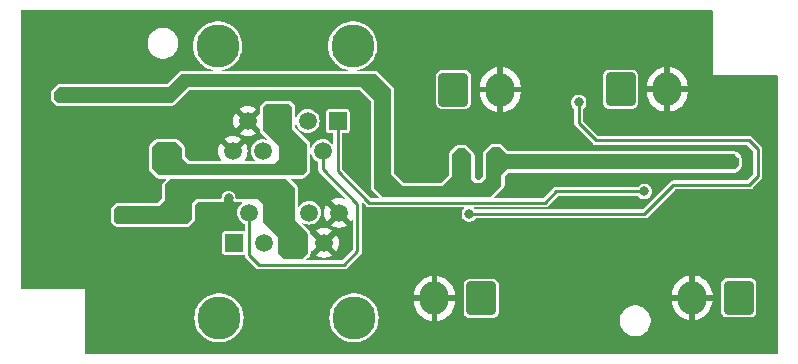
<source format=gbl>
G04 #@! TF.GenerationSoftware,KiCad,Pcbnew,8.0.0-rc1*
G04 #@! TF.CreationDate,2025-03-11T15:01:50+03:00*
G04 #@! TF.ProjectId,KSS_MD_V1.0,4b53535f-4d44-45f5-9631-2e302e6b6963,rev?*
G04 #@! TF.SameCoordinates,Original*
G04 #@! TF.FileFunction,Copper,L2,Bot*
G04 #@! TF.FilePolarity,Positive*
%FSLAX46Y46*%
G04 Gerber Fmt 4.6, Leading zero omitted, Abs format (unit mm)*
G04 Created by KiCad (PCBNEW 8.0.0-rc1) date 2025-03-11 15:01:50*
%MOMM*%
%LPD*%
G01*
G04 APERTURE LIST*
G04 Aperture macros list*
%AMRoundRect*
0 Rectangle with rounded corners*
0 $1 Rounding radius*
0 $2 $3 $4 $5 $6 $7 $8 $9 X,Y pos of 4 corners*
0 Add a 4 corners polygon primitive as box body*
4,1,4,$2,$3,$4,$5,$6,$7,$8,$9,$2,$3,0*
0 Add four circle primitives for the rounded corners*
1,1,$1+$1,$2,$3*
1,1,$1+$1,$4,$5*
1,1,$1+$1,$6,$7*
1,1,$1+$1,$8,$9*
0 Add four rect primitives between the rounded corners*
20,1,$1+$1,$2,$3,$4,$5,0*
20,1,$1+$1,$4,$5,$6,$7,0*
20,1,$1+$1,$6,$7,$8,$9,0*
20,1,$1+$1,$8,$9,$2,$3,0*%
G04 Aperture macros list end*
G04 #@! TA.AperFunction,ComponentPad*
%ADD10RoundRect,0.250000X0.980000X1.150000X-0.980000X1.150000X-0.980000X-1.150000X0.980000X-1.150000X0*%
G04 #@! TD*
G04 #@! TA.AperFunction,ComponentPad*
%ADD11O,2.460000X2.800000*%
G04 #@! TD*
G04 #@! TA.AperFunction,ComponentPad*
%ADD12RoundRect,0.250000X-0.980000X-1.150000X0.980000X-1.150000X0.980000X1.150000X-0.980000X1.150000X0*%
G04 #@! TD*
G04 #@! TA.AperFunction,WasherPad*
%ADD13C,3.650000*%
G04 #@! TD*
G04 #@! TA.AperFunction,ComponentPad*
%ADD14R,1.500000X1.500000*%
G04 #@! TD*
G04 #@! TA.AperFunction,ComponentPad*
%ADD15C,1.500000*%
G04 #@! TD*
G04 #@! TA.AperFunction,ViaPad*
%ADD16C,0.800000*%
G04 #@! TD*
G04 #@! TA.AperFunction,Conductor*
%ADD17C,0.254000*%
G04 #@! TD*
G04 APERTURE END LIST*
D10*
X132175200Y-100466000D03*
D11*
X128215200Y-100466000D03*
D12*
X129820600Y-82779400D03*
D11*
X133780600Y-82779400D03*
D13*
X109972500Y-102100000D03*
X121402500Y-102100000D03*
D14*
X111242500Y-95750000D03*
D15*
X112512500Y-93210000D03*
X113782500Y-95750000D03*
X115052500Y-93210000D03*
X116322500Y-95750000D03*
X117592500Y-93210000D03*
X118862500Y-95750000D03*
X120132500Y-93210000D03*
D13*
X121294500Y-79088600D03*
X109864500Y-79088600D03*
D14*
X120024500Y-85438600D03*
D15*
X118754500Y-87978600D03*
X117484500Y-85438600D03*
X116214500Y-87978600D03*
X114944500Y-85438600D03*
X113674500Y-87978600D03*
X112404500Y-85438600D03*
X111134500Y-87978600D03*
D12*
X143967200Y-82754000D03*
D11*
X147927200Y-82754000D03*
D10*
X153985200Y-100406000D03*
D11*
X150025200Y-100406000D03*
D16*
X103365200Y-93456000D03*
X101865200Y-93456000D03*
X104990200Y-88281000D03*
X135895200Y-91536000D03*
X147425200Y-97106000D03*
X110775200Y-91996000D03*
X148305200Y-93976000D03*
X154045200Y-94016000D03*
X131875200Y-95206000D03*
X135146133Y-94575067D03*
X151774755Y-95104579D03*
X150085200Y-94526000D03*
X145985200Y-91406000D03*
X148465200Y-88936000D03*
X150185200Y-88906000D03*
X130435200Y-88186000D03*
X98275200Y-83286000D03*
X96805200Y-83266000D03*
X126825200Y-91486000D03*
X146985200Y-88936000D03*
X152165200Y-88876000D03*
X135825200Y-88776000D03*
X132235200Y-91326000D03*
X129435200Y-91356000D03*
X99645200Y-83256000D03*
X133295200Y-88096000D03*
X131162200Y-93316000D03*
X140425200Y-83866000D03*
D17*
X120565200Y-97616000D02*
X121695200Y-96486000D01*
X121695200Y-92466000D02*
X118754500Y-89525300D01*
X112512500Y-93210000D02*
X112512500Y-96763300D01*
X118754500Y-89525300D02*
X118754500Y-87978600D01*
X121695200Y-96486000D02*
X121695200Y-92466000D01*
X112512500Y-96763300D02*
X113365200Y-97616000D01*
X113365200Y-97616000D02*
X120565200Y-97616000D01*
X138515200Y-91406000D02*
X137565200Y-92356000D01*
X120024500Y-89695300D02*
X120024500Y-85438600D01*
X145985200Y-91406000D02*
X138515200Y-91406000D01*
X137565200Y-92356000D02*
X122685200Y-92356000D01*
X122685200Y-92356000D02*
X120024500Y-89695300D01*
X140425200Y-85606000D02*
X141905200Y-87086000D01*
X155585200Y-87836000D02*
X155585200Y-90116000D01*
X148435200Y-90856000D02*
X145975200Y-93316000D01*
X155585200Y-90116000D02*
X154845200Y-90856000D01*
X140425200Y-83866000D02*
X140425200Y-85606000D01*
X141905200Y-87086000D02*
X154835200Y-87086000D01*
X145975200Y-93316000D02*
X131162200Y-93316000D01*
X154835200Y-87086000D02*
X155585200Y-87836000D01*
X154845200Y-90856000D02*
X148435200Y-90856000D01*
G04 #@! TA.AperFunction,Conductor*
G36*
X117778348Y-88240983D02*
G01*
X117790589Y-88261405D01*
X117821973Y-88364865D01*
X117909286Y-88528216D01*
X117915251Y-88539375D01*
X118040773Y-88692323D01*
X118040776Y-88692326D01*
X118193725Y-88817848D01*
X118193724Y-88817848D01*
X118193727Y-88817849D01*
X118193730Y-88817852D01*
X118347099Y-88899829D01*
X118370890Y-88928819D01*
X118373000Y-88943043D01*
X118373000Y-89575527D01*
X118398998Y-89672552D01*
X118398999Y-89672556D01*
X118449219Y-89759540D01*
X118449226Y-89759549D01*
X120662926Y-91973249D01*
X120677278Y-92007897D01*
X120662926Y-92042545D01*
X120628278Y-92056897D01*
X120607570Y-92052306D01*
X120561655Y-92030896D01*
X120561650Y-92030894D01*
X120350397Y-91974289D01*
X120350391Y-91974288D01*
X120132500Y-91955225D01*
X119914608Y-91974288D01*
X119914602Y-91974289D01*
X119703349Y-92030894D01*
X119703344Y-92030895D01*
X119505116Y-92123331D01*
X119505114Y-92123332D01*
X119442928Y-92166874D01*
X120043915Y-92767861D01*
X119958806Y-92790667D01*
X119856194Y-92849910D01*
X119772410Y-92933694D01*
X119713167Y-93036306D01*
X119690361Y-93121415D01*
X119089374Y-92520428D01*
X119045832Y-92582614D01*
X119045831Y-92582616D01*
X118953395Y-92780844D01*
X118953394Y-92780849D01*
X118896789Y-92992102D01*
X118896788Y-92992108D01*
X118877725Y-93210000D01*
X118896788Y-93427891D01*
X118896789Y-93427897D01*
X118953394Y-93639150D01*
X118953396Y-93639155D01*
X119045831Y-93837386D01*
X119045838Y-93837398D01*
X119089372Y-93899570D01*
X119089374Y-93899570D01*
X119690361Y-93298582D01*
X119713167Y-93383694D01*
X119772410Y-93486306D01*
X119856194Y-93570090D01*
X119958806Y-93629333D01*
X120043914Y-93652137D01*
X119442928Y-94253123D01*
X119442928Y-94253125D01*
X119505112Y-94296666D01*
X119505120Y-94296670D01*
X119703344Y-94389103D01*
X119703349Y-94389105D01*
X119914602Y-94445710D01*
X119914608Y-94445711D01*
X120132500Y-94464774D01*
X120350391Y-94445711D01*
X120350397Y-94445710D01*
X120561650Y-94389105D01*
X120561655Y-94389103D01*
X120759879Y-94296670D01*
X120759889Y-94296665D01*
X120822070Y-94253124D01*
X120822070Y-94253123D01*
X120221085Y-93652138D01*
X120306194Y-93629333D01*
X120408806Y-93570090D01*
X120492590Y-93486306D01*
X120551833Y-93383694D01*
X120574638Y-93298585D01*
X121175623Y-93899570D01*
X121175624Y-93899570D01*
X121219165Y-93837389D01*
X121219166Y-93837387D01*
X121220289Y-93834980D01*
X121247937Y-93809641D01*
X121285405Y-93811274D01*
X121310744Y-93838922D01*
X121313700Y-93855685D01*
X121313700Y-96307681D01*
X121299348Y-96342329D01*
X120421529Y-97220148D01*
X120386881Y-97234500D01*
X117371984Y-97234500D01*
X117337336Y-97220148D01*
X117322984Y-97185500D01*
X117337336Y-97150852D01*
X117483414Y-97004774D01*
X117634342Y-96853846D01*
X117690594Y-96769660D01*
X117704285Y-96736606D01*
X117704743Y-96735603D01*
X117704946Y-96735012D01*
X117704947Y-96735010D01*
X117724700Y-96635704D01*
X117724700Y-96459771D01*
X117739052Y-96425123D01*
X117773700Y-96410771D01*
X117808348Y-96425123D01*
X117813838Y-96431666D01*
X117819372Y-96439570D01*
X117819374Y-96439570D01*
X118420361Y-95838584D01*
X118443167Y-95923694D01*
X118502410Y-96026306D01*
X118586194Y-96110090D01*
X118688806Y-96169333D01*
X118773914Y-96192137D01*
X118172928Y-96793123D01*
X118172928Y-96793125D01*
X118235112Y-96836666D01*
X118235120Y-96836670D01*
X118433344Y-96929103D01*
X118433349Y-96929105D01*
X118644602Y-96985710D01*
X118644608Y-96985711D01*
X118862500Y-97004774D01*
X119080391Y-96985711D01*
X119080397Y-96985710D01*
X119291650Y-96929105D01*
X119291655Y-96929103D01*
X119489879Y-96836670D01*
X119489889Y-96836665D01*
X119552070Y-96793124D01*
X119552070Y-96793123D01*
X118951085Y-96192138D01*
X119036194Y-96169333D01*
X119138806Y-96110090D01*
X119222590Y-96026306D01*
X119281833Y-95923694D01*
X119304638Y-95838585D01*
X119905623Y-96439570D01*
X119905624Y-96439570D01*
X119949165Y-96377389D01*
X119949170Y-96377379D01*
X120041603Y-96179155D01*
X120041605Y-96179150D01*
X120098210Y-95967897D01*
X120098211Y-95967891D01*
X120117274Y-95750000D01*
X120098211Y-95532108D01*
X120098210Y-95532102D01*
X120041605Y-95320849D01*
X120041604Y-95320844D01*
X119949168Y-95122614D01*
X119949160Y-95122602D01*
X119905626Y-95060428D01*
X119905624Y-95060428D01*
X119304638Y-95661414D01*
X119281833Y-95576306D01*
X119222590Y-95473694D01*
X119138806Y-95389910D01*
X119036194Y-95330667D01*
X118951082Y-95307861D01*
X119552070Y-94706874D01*
X119552070Y-94706872D01*
X119489898Y-94663338D01*
X119489886Y-94663331D01*
X119291655Y-94570896D01*
X119291650Y-94570894D01*
X119080397Y-94514289D01*
X119080391Y-94514288D01*
X118862500Y-94495225D01*
X118644608Y-94514288D01*
X118644602Y-94514289D01*
X118433349Y-94570894D01*
X118433344Y-94570895D01*
X118235116Y-94663331D01*
X118235114Y-94663332D01*
X118172928Y-94706874D01*
X118773915Y-95307861D01*
X118688806Y-95330667D01*
X118586194Y-95389910D01*
X118502410Y-95473694D01*
X118443167Y-95576306D01*
X118420361Y-95661415D01*
X117819374Y-95060428D01*
X117819372Y-95060428D01*
X117813838Y-95068333D01*
X117782209Y-95088484D01*
X117745595Y-95080366D01*
X117725444Y-95048737D01*
X117724700Y-95040228D01*
X117724700Y-94976294D01*
X117724699Y-94976290D01*
X117711661Y-94910748D01*
X117704946Y-94876988D01*
X117690594Y-94842340D01*
X117671336Y-94813519D01*
X117634344Y-94758156D01*
X117036967Y-94160779D01*
X117022615Y-94126131D01*
X117036967Y-94091483D01*
X117071615Y-94077131D01*
X117094711Y-94082916D01*
X117206235Y-94142527D01*
X117395584Y-94199965D01*
X117592500Y-94219360D01*
X117789416Y-94199965D01*
X117978765Y-94142527D01*
X118153270Y-94049252D01*
X118170622Y-94035012D01*
X118174509Y-94031821D01*
X118306225Y-93923725D01*
X118431752Y-93770770D01*
X118525027Y-93596265D01*
X118582465Y-93406916D01*
X118601860Y-93210000D01*
X118582465Y-93013084D01*
X118525027Y-92823735D01*
X118431752Y-92649230D01*
X118431749Y-92649227D01*
X118431748Y-92649224D01*
X118306226Y-92496276D01*
X118306223Y-92496273D01*
X118153274Y-92370751D01*
X118153275Y-92370751D01*
X118153271Y-92370748D01*
X118153270Y-92370748D01*
X117978765Y-92277473D01*
X117884090Y-92248754D01*
X117789420Y-92220036D01*
X117789412Y-92220034D01*
X117592500Y-92200640D01*
X117395587Y-92220034D01*
X117395579Y-92220036D01*
X117206238Y-92277472D01*
X117206235Y-92277473D01*
X117206232Y-92277474D01*
X117206231Y-92277475D01*
X117031724Y-92370751D01*
X116878776Y-92496273D01*
X116878773Y-92496276D01*
X116753251Y-92649224D01*
X116753248Y-92649230D01*
X116716913Y-92717207D01*
X116687924Y-92740998D01*
X116650601Y-92737322D01*
X116626810Y-92708332D01*
X116624700Y-92694108D01*
X116624700Y-91076294D01*
X116624699Y-91076290D01*
X116619568Y-91050498D01*
X116604946Y-90976988D01*
X116590594Y-90942340D01*
X116571673Y-90914024D01*
X116534344Y-90858156D01*
X116075336Y-90399148D01*
X116060984Y-90364500D01*
X116075336Y-90329852D01*
X116109984Y-90315500D01*
X117014906Y-90315500D01*
X117114212Y-90295746D01*
X117148860Y-90281394D01*
X117233046Y-90225142D01*
X117604342Y-89853846D01*
X117660594Y-89769660D01*
X117674285Y-89736606D01*
X117674743Y-89735603D01*
X117674946Y-89735012D01*
X117674947Y-89735010D01*
X117694700Y-89635704D01*
X117694700Y-88275631D01*
X117709052Y-88240983D01*
X117743700Y-88226631D01*
X117778348Y-88240983D01*
G37*
G04 #@! TD.AperFunction*
G04 #@! TA.AperFunction,Conductor*
G36*
X151750848Y-76070352D02*
G01*
X151765200Y-76105000D01*
X151765200Y-81556000D01*
X157216200Y-81556000D01*
X157250848Y-81570352D01*
X157265200Y-81605000D01*
X157265200Y-105107000D01*
X157250848Y-105141648D01*
X157216200Y-105156000D01*
X98714200Y-105156000D01*
X98679552Y-105141648D01*
X98665200Y-105107000D01*
X98665200Y-102100000D01*
X107888141Y-102100000D01*
X107907554Y-102383821D01*
X107965432Y-102662345D01*
X107965435Y-102662353D01*
X108060702Y-102930411D01*
X108150169Y-103103073D01*
X108191581Y-103182995D01*
X108191585Y-103183003D01*
X108355642Y-103415418D01*
X108355643Y-103415419D01*
X108448163Y-103514483D01*
X108549814Y-103623325D01*
X108770491Y-103802859D01*
X109013559Y-103950672D01*
X109013564Y-103950674D01*
X109013572Y-103950679D01*
X109232091Y-104045593D01*
X109274491Y-104064010D01*
X109548425Y-104140763D01*
X109791520Y-104174175D01*
X109830257Y-104179500D01*
X109830258Y-104179500D01*
X110114743Y-104179500D01*
X110148798Y-104174818D01*
X110396575Y-104140763D01*
X110670509Y-104064010D01*
X110783042Y-104015130D01*
X110931427Y-103950679D01*
X110931432Y-103950675D01*
X110931441Y-103950672D01*
X111174509Y-103802859D01*
X111395186Y-103623325D01*
X111589361Y-103415414D01*
X111753417Y-103182999D01*
X111884298Y-102930411D01*
X111979565Y-102662353D01*
X112019637Y-102469519D01*
X112037445Y-102383821D01*
X112043998Y-102288013D01*
X112056859Y-102100000D01*
X119318141Y-102100000D01*
X119337554Y-102383821D01*
X119395432Y-102662345D01*
X119395435Y-102662353D01*
X119490702Y-102930411D01*
X119580169Y-103103073D01*
X119621581Y-103182995D01*
X119621585Y-103183003D01*
X119785642Y-103415418D01*
X119785643Y-103415419D01*
X119878163Y-103514483D01*
X119979814Y-103623325D01*
X120200491Y-103802859D01*
X120443559Y-103950672D01*
X120443564Y-103950674D01*
X120443572Y-103950679D01*
X120662091Y-104045593D01*
X120704491Y-104064010D01*
X120978425Y-104140763D01*
X121221520Y-104174175D01*
X121260257Y-104179500D01*
X121260258Y-104179500D01*
X121544743Y-104179500D01*
X121578798Y-104174818D01*
X121826575Y-104140763D01*
X122100509Y-104064010D01*
X122213042Y-104015130D01*
X122361427Y-103950679D01*
X122361432Y-103950675D01*
X122361441Y-103950672D01*
X122604509Y-103802859D01*
X122825186Y-103623325D01*
X123019361Y-103415414D01*
X123183417Y-103182999D01*
X123314298Y-102930411D01*
X123409565Y-102662353D01*
X123449637Y-102469519D01*
X143917673Y-102469519D01*
X143957099Y-102693111D01*
X144034749Y-102906451D01*
X144034753Y-102906460D01*
X144148264Y-103103069D01*
X144148267Y-103103073D01*
X144148268Y-103103074D01*
X144294205Y-103276995D01*
X144468126Y-103422932D01*
X144468130Y-103422935D01*
X144664739Y-103536446D01*
X144664743Y-103536448D01*
X144664747Y-103536450D01*
X144878093Y-103614102D01*
X145101681Y-103653527D01*
X145328713Y-103653527D01*
X145328719Y-103653527D01*
X145552307Y-103614102D01*
X145765653Y-103536450D01*
X145962274Y-103422932D01*
X146136195Y-103276995D01*
X146282132Y-103103074D01*
X146395650Y-102906453D01*
X146473302Y-102693107D01*
X146512727Y-102469519D01*
X146515200Y-102356000D01*
X146512727Y-102242481D01*
X146473302Y-102018893D01*
X146395650Y-101805547D01*
X146395648Y-101805543D01*
X146395646Y-101805539D01*
X146282135Y-101608930D01*
X146282132Y-101608926D01*
X146136195Y-101435005D01*
X145962274Y-101289068D01*
X145962273Y-101289067D01*
X145962269Y-101289064D01*
X145765660Y-101175553D01*
X145765651Y-101175549D01*
X145552311Y-101097899D01*
X145552308Y-101097898D01*
X145552307Y-101097898D01*
X145328719Y-101058473D01*
X145101680Y-101058473D01*
X144967890Y-101082064D01*
X144878093Y-101097898D01*
X144878092Y-101097898D01*
X144878088Y-101097899D01*
X144664748Y-101175549D01*
X144664739Y-101175553D01*
X144468130Y-101289064D01*
X144294205Y-101435005D01*
X144148264Y-101608930D01*
X144034753Y-101805539D01*
X144034749Y-101805548D01*
X143957099Y-102018888D01*
X143917673Y-102242480D01*
X143917673Y-102469519D01*
X123449637Y-102469519D01*
X123467445Y-102383821D01*
X123473998Y-102288013D01*
X123486859Y-102100000D01*
X123467445Y-101816180D01*
X123465236Y-101805548D01*
X123409567Y-101537654D01*
X123373086Y-101435005D01*
X123314298Y-101269589D01*
X123183417Y-101017001D01*
X123183415Y-101016998D01*
X123183414Y-101016996D01*
X123019357Y-100784581D01*
X123019356Y-100784580D01*
X122986487Y-100749386D01*
X126485199Y-100749386D01*
X126514803Y-100974241D01*
X126573494Y-101193278D01*
X126573494Y-101193279D01*
X126660283Y-101402804D01*
X126773669Y-101599196D01*
X126773679Y-101599211D01*
X126911721Y-101779110D01*
X126911731Y-101779122D01*
X127072077Y-101939468D01*
X127072089Y-101939478D01*
X127251988Y-102077520D01*
X127252003Y-102077530D01*
X127448395Y-102190916D01*
X127657921Y-102277705D01*
X127876958Y-102336396D01*
X127965199Y-102348013D01*
X127965200Y-102348013D01*
X127965200Y-101333904D01*
X128126558Y-101366000D01*
X128303842Y-101366000D01*
X128465200Y-101333904D01*
X128465200Y-102348013D01*
X128553441Y-102336396D01*
X128772478Y-102277705D01*
X128772479Y-102277705D01*
X128982004Y-102190916D01*
X129178396Y-102077530D01*
X129178411Y-102077520D01*
X129358310Y-101939478D01*
X129358322Y-101939468D01*
X129518668Y-101779122D01*
X129518678Y-101779110D01*
X129606806Y-101664260D01*
X130690700Y-101664260D01*
X130697158Y-101724337D01*
X130697161Y-101724346D01*
X130747856Y-101860264D01*
X130747857Y-101860266D01*
X130747858Y-101860267D01*
X130834796Y-101976404D01*
X130950933Y-102063342D01*
X130950934Y-102063342D01*
X130950935Y-102063343D01*
X131086857Y-102114040D01*
X131105055Y-102115996D01*
X131146945Y-102120500D01*
X133203454Y-102120499D01*
X133203460Y-102120499D01*
X133263537Y-102114041D01*
X133263539Y-102114040D01*
X133263542Y-102114040D01*
X133399467Y-102063342D01*
X133515604Y-101976404D01*
X133602542Y-101860267D01*
X133653240Y-101724342D01*
X133659700Y-101664255D01*
X133659700Y-100689386D01*
X148295199Y-100689386D01*
X148324803Y-100914241D01*
X148383494Y-101133278D01*
X148383494Y-101133279D01*
X148470283Y-101342804D01*
X148583669Y-101539196D01*
X148583679Y-101539211D01*
X148721721Y-101719110D01*
X148721731Y-101719122D01*
X148882077Y-101879468D01*
X148882089Y-101879478D01*
X149061988Y-102017520D01*
X149062003Y-102017530D01*
X149258395Y-102130916D01*
X149467921Y-102217705D01*
X149686958Y-102276396D01*
X149775199Y-102288013D01*
X149775200Y-102288013D01*
X149775200Y-101273904D01*
X149936558Y-101306000D01*
X150113842Y-101306000D01*
X150275200Y-101273904D01*
X150275200Y-102288013D01*
X150363441Y-102276396D01*
X150582478Y-102217705D01*
X150582479Y-102217705D01*
X150792004Y-102130916D01*
X150988396Y-102017530D01*
X150988411Y-102017520D01*
X151168310Y-101879478D01*
X151168322Y-101879468D01*
X151328668Y-101719122D01*
X151328678Y-101719110D01*
X151416806Y-101604260D01*
X152500700Y-101604260D01*
X152507158Y-101664337D01*
X152507161Y-101664346D01*
X152557856Y-101800264D01*
X152557857Y-101800266D01*
X152557858Y-101800267D01*
X152644796Y-101916404D01*
X152760933Y-102003342D01*
X152760934Y-102003342D01*
X152760935Y-102003343D01*
X152896857Y-102054040D01*
X152915055Y-102055996D01*
X152956945Y-102060500D01*
X155013454Y-102060499D01*
X155013460Y-102060499D01*
X155073537Y-102054041D01*
X155073539Y-102054040D01*
X155073542Y-102054040D01*
X155209467Y-102003342D01*
X155325604Y-101916404D01*
X155412542Y-101800267D01*
X155463240Y-101664342D01*
X155469700Y-101604255D01*
X155469699Y-99207746D01*
X155469699Y-99207745D01*
X155469699Y-99207739D01*
X155463241Y-99147662D01*
X155463239Y-99147657D01*
X155412542Y-99011733D01*
X155325604Y-98895596D01*
X155209467Y-98808658D01*
X155209466Y-98808657D01*
X155209464Y-98808656D01*
X155073542Y-98757959D01*
X155013461Y-98751500D01*
X152956939Y-98751500D01*
X152896862Y-98757958D01*
X152896853Y-98757961D01*
X152760935Y-98808656D01*
X152644796Y-98895596D01*
X152557856Y-99011735D01*
X152507159Y-99147657D01*
X152500700Y-99207738D01*
X152500700Y-101604260D01*
X151416806Y-101604260D01*
X151466720Y-101539211D01*
X151466730Y-101539196D01*
X151580116Y-101342804D01*
X151666905Y-101133279D01*
X151666905Y-101133278D01*
X151725596Y-100914241D01*
X151755200Y-100689386D01*
X151755200Y-100656000D01*
X150893104Y-100656000D01*
X150925200Y-100494642D01*
X150925200Y-100317358D01*
X150893104Y-100156000D01*
X151755200Y-100156000D01*
X151755200Y-100122613D01*
X151725596Y-99897758D01*
X151666905Y-99678721D01*
X151666905Y-99678720D01*
X151580116Y-99469195D01*
X151466730Y-99272803D01*
X151466720Y-99272788D01*
X151328678Y-99092889D01*
X151328668Y-99092877D01*
X151168322Y-98932531D01*
X151168310Y-98932521D01*
X150988411Y-98794479D01*
X150988396Y-98794469D01*
X150792004Y-98681083D01*
X150582478Y-98594294D01*
X150363441Y-98535603D01*
X150275200Y-98523985D01*
X150275200Y-99538095D01*
X150113842Y-99506000D01*
X149936558Y-99506000D01*
X149775200Y-99538095D01*
X149775200Y-98523985D01*
X149686958Y-98535603D01*
X149467921Y-98594294D01*
X149467920Y-98594294D01*
X149258395Y-98681083D01*
X149062003Y-98794469D01*
X149061988Y-98794479D01*
X148882089Y-98932521D01*
X148882077Y-98932531D01*
X148721731Y-99092877D01*
X148721721Y-99092889D01*
X148583679Y-99272788D01*
X148583669Y-99272803D01*
X148470283Y-99469195D01*
X148383494Y-99678720D01*
X148383494Y-99678721D01*
X148324803Y-99897758D01*
X148295200Y-100122613D01*
X148295200Y-100156000D01*
X149157296Y-100156000D01*
X149125200Y-100317358D01*
X149125200Y-100494642D01*
X149157296Y-100656000D01*
X148295200Y-100656000D01*
X148295200Y-100689386D01*
X148295199Y-100689386D01*
X133659700Y-100689386D01*
X133659699Y-99267746D01*
X133659699Y-99267745D01*
X133659699Y-99267739D01*
X133653241Y-99207662D01*
X133653239Y-99207657D01*
X133610433Y-99092889D01*
X133602543Y-99071735D01*
X133602542Y-99071733D01*
X133515604Y-98955596D01*
X133399467Y-98868658D01*
X133399466Y-98868657D01*
X133399464Y-98868656D01*
X133263542Y-98817959D01*
X133203461Y-98811500D01*
X131146939Y-98811500D01*
X131086862Y-98817958D01*
X131086853Y-98817961D01*
X130950935Y-98868656D01*
X130834796Y-98955596D01*
X130747856Y-99071735D01*
X130697159Y-99207657D01*
X130690700Y-99267738D01*
X130690700Y-101664260D01*
X129606806Y-101664260D01*
X129656720Y-101599211D01*
X129656730Y-101599196D01*
X129770116Y-101402804D01*
X129856905Y-101193279D01*
X129856905Y-101193278D01*
X129915596Y-100974241D01*
X129945200Y-100749386D01*
X129945200Y-100716000D01*
X129083104Y-100716000D01*
X129115200Y-100554642D01*
X129115200Y-100377358D01*
X129083104Y-100216000D01*
X129945200Y-100216000D01*
X129945200Y-100182613D01*
X129915596Y-99957758D01*
X129856905Y-99738721D01*
X129856905Y-99738720D01*
X129770116Y-99529195D01*
X129656730Y-99332803D01*
X129656720Y-99332788D01*
X129518678Y-99152889D01*
X129518668Y-99152877D01*
X129358322Y-98992531D01*
X129358310Y-98992521D01*
X129178411Y-98854479D01*
X129178396Y-98854469D01*
X128982004Y-98741083D01*
X128772478Y-98654294D01*
X128553441Y-98595603D01*
X128465200Y-98583985D01*
X128465200Y-99598095D01*
X128303842Y-99566000D01*
X128126558Y-99566000D01*
X127965200Y-99598095D01*
X127965200Y-98583985D01*
X127876958Y-98595603D01*
X127657921Y-98654294D01*
X127657920Y-98654294D01*
X127448395Y-98741083D01*
X127252003Y-98854469D01*
X127251988Y-98854479D01*
X127072089Y-98992521D01*
X127072077Y-98992531D01*
X126911731Y-99152877D01*
X126911721Y-99152889D01*
X126773679Y-99332788D01*
X126773669Y-99332803D01*
X126660283Y-99529195D01*
X126573494Y-99738720D01*
X126573494Y-99738721D01*
X126514803Y-99957758D01*
X126485200Y-100182613D01*
X126485200Y-100216000D01*
X127347296Y-100216000D01*
X127315200Y-100377358D01*
X127315200Y-100554642D01*
X127347296Y-100716000D01*
X126485200Y-100716000D01*
X126485200Y-100749386D01*
X126485199Y-100749386D01*
X122986487Y-100749386D01*
X122899270Y-100656000D01*
X122825186Y-100576675D01*
X122604509Y-100397141D01*
X122361441Y-100249328D01*
X122361438Y-100249326D01*
X122361427Y-100249320D01*
X122100512Y-100135991D01*
X122100510Y-100135990D01*
X122100509Y-100135990D01*
X122022573Y-100114153D01*
X121826580Y-100059238D01*
X121826575Y-100059237D01*
X121544743Y-100020500D01*
X121544742Y-100020500D01*
X121260258Y-100020500D01*
X121260257Y-100020500D01*
X120978424Y-100059237D01*
X120978419Y-100059238D01*
X120704487Y-100135991D01*
X120443572Y-100249320D01*
X120200489Y-100397142D01*
X119979822Y-100576668D01*
X119979811Y-100576678D01*
X119785643Y-100784580D01*
X119785642Y-100784581D01*
X119621585Y-101016996D01*
X119621581Y-101017004D01*
X119530243Y-101193278D01*
X119490702Y-101269589D01*
X119477762Y-101306000D01*
X119395432Y-101537654D01*
X119337554Y-101816178D01*
X119318141Y-102100000D01*
X112056859Y-102100000D01*
X112037445Y-101816180D01*
X112035236Y-101805548D01*
X111979567Y-101537654D01*
X111943086Y-101435005D01*
X111884298Y-101269589D01*
X111753417Y-101017001D01*
X111753415Y-101016998D01*
X111753414Y-101016996D01*
X111589357Y-100784581D01*
X111589356Y-100784580D01*
X111469270Y-100656000D01*
X111395186Y-100576675D01*
X111174509Y-100397141D01*
X110931441Y-100249328D01*
X110931438Y-100249326D01*
X110931427Y-100249320D01*
X110670512Y-100135991D01*
X110670510Y-100135990D01*
X110670509Y-100135990D01*
X110592573Y-100114153D01*
X110396580Y-100059238D01*
X110396575Y-100059237D01*
X110114743Y-100020500D01*
X110114742Y-100020500D01*
X109830258Y-100020500D01*
X109830257Y-100020500D01*
X109548424Y-100059237D01*
X109548419Y-100059238D01*
X109274487Y-100135991D01*
X109013572Y-100249320D01*
X108770489Y-100397142D01*
X108549822Y-100576668D01*
X108549811Y-100576678D01*
X108355643Y-100784580D01*
X108355642Y-100784581D01*
X108191585Y-101016996D01*
X108191581Y-101017004D01*
X108100243Y-101193278D01*
X108060702Y-101269589D01*
X108047762Y-101306000D01*
X107965432Y-101537654D01*
X107907554Y-101816178D01*
X107888141Y-102100000D01*
X98665200Y-102100000D01*
X98665200Y-99656000D01*
X93214200Y-99656000D01*
X93179552Y-99641648D01*
X93165200Y-99607000D01*
X93165200Y-83515709D01*
X95705700Y-83515709D01*
X95725452Y-83615005D01*
X95725454Y-83615014D01*
X95739804Y-83649657D01*
X95796055Y-83733843D01*
X96127356Y-84065144D01*
X96183224Y-84102473D01*
X96211540Y-84121394D01*
X96211541Y-84121394D01*
X96211542Y-84121395D01*
X96244587Y-84135083D01*
X96245592Y-84135541D01*
X96246187Y-84135745D01*
X96246188Y-84135746D01*
X96246190Y-84135747D01*
X96345496Y-84155500D01*
X96345499Y-84155500D01*
X105974906Y-84155500D01*
X106074212Y-84135746D01*
X106108860Y-84121394D01*
X106193046Y-84065142D01*
X107438336Y-82819852D01*
X107472984Y-82805500D01*
X121887416Y-82805500D01*
X121922064Y-82819852D01*
X122831348Y-83729136D01*
X122845700Y-83763784D01*
X122845700Y-91105709D01*
X122865452Y-91205005D01*
X122865454Y-91205014D01*
X122879804Y-91239657D01*
X122936055Y-91323843D01*
X123503064Y-91890852D01*
X123517416Y-91925500D01*
X123503064Y-91960148D01*
X123468416Y-91974500D01*
X122863519Y-91974500D01*
X122828871Y-91960148D01*
X120420352Y-89551629D01*
X120406000Y-89516981D01*
X120406000Y-86492099D01*
X120420352Y-86457451D01*
X120455000Y-86443099D01*
X120799563Y-86443099D01*
X120799566Y-86443099D01*
X120873801Y-86428334D01*
X120957984Y-86372084D01*
X121014234Y-86287901D01*
X121029000Y-86213667D01*
X121028999Y-84663534D01*
X121014234Y-84589299D01*
X120958625Y-84506075D01*
X120957984Y-84505115D01*
X120907519Y-84471396D01*
X120873801Y-84448866D01*
X120799567Y-84434100D01*
X120799563Y-84434100D01*
X119249436Y-84434100D01*
X119175198Y-84448866D01*
X119091015Y-84505115D01*
X119050531Y-84565705D01*
X119034766Y-84589299D01*
X119020000Y-84663533D01*
X119020000Y-84663534D01*
X119020000Y-84663536D01*
X119020000Y-86213663D01*
X119034766Y-86287901D01*
X119091015Y-86372084D01*
X119124734Y-86394614D01*
X119175199Y-86428334D01*
X119249433Y-86443100D01*
X119594000Y-86443099D01*
X119628648Y-86457451D01*
X119643000Y-86492099D01*
X119643000Y-87340893D01*
X119628648Y-87375541D01*
X119594000Y-87389893D01*
X119559352Y-87375541D01*
X119556123Y-87371978D01*
X119468226Y-87264876D01*
X119468223Y-87264873D01*
X119315274Y-87139351D01*
X119315275Y-87139351D01*
X119315271Y-87139348D01*
X119315270Y-87139348D01*
X119140765Y-87046073D01*
X118977344Y-86996500D01*
X118951420Y-86988636D01*
X118951412Y-86988634D01*
X118754500Y-86969240D01*
X118557587Y-86988634D01*
X118557579Y-86988636D01*
X118419223Y-87030606D01*
X118368235Y-87046073D01*
X118368232Y-87046074D01*
X118368231Y-87046075D01*
X118193724Y-87139351D01*
X118040776Y-87264873D01*
X118040773Y-87264876D01*
X117915251Y-87417824D01*
X117821975Y-87592331D01*
X117821972Y-87592338D01*
X117790590Y-87695792D01*
X117766798Y-87724782D01*
X117729476Y-87728458D01*
X117700486Y-87704666D01*
X117694700Y-87681568D01*
X117694700Y-87386294D01*
X117694699Y-87386290D01*
X117674947Y-87286994D01*
X117674945Y-87286985D01*
X117660595Y-87252342D01*
X117604344Y-87168156D01*
X116459052Y-86022864D01*
X116444700Y-85988216D01*
X116444700Y-85801563D01*
X116459052Y-85766915D01*
X116493700Y-85752563D01*
X116528348Y-85766915D01*
X116540589Y-85787337D01*
X116551973Y-85824865D01*
X116586040Y-85888600D01*
X116645251Y-85999375D01*
X116770773Y-86152323D01*
X116770776Y-86152326D01*
X116923725Y-86277848D01*
X116923724Y-86277848D01*
X116923727Y-86277849D01*
X116923730Y-86277852D01*
X117098235Y-86371127D01*
X117287584Y-86428565D01*
X117484500Y-86447960D01*
X117681416Y-86428565D01*
X117870765Y-86371127D01*
X118045270Y-86277852D01*
X118198225Y-86152325D01*
X118323752Y-85999370D01*
X118417027Y-85824865D01*
X118474465Y-85635516D01*
X118493860Y-85438600D01*
X118474465Y-85241684D01*
X118417027Y-85052335D01*
X118323752Y-84877830D01*
X118323749Y-84877827D01*
X118323748Y-84877824D01*
X118198226Y-84724876D01*
X118198223Y-84724873D01*
X118045274Y-84599351D01*
X118045275Y-84599351D01*
X118045271Y-84599348D01*
X118045270Y-84599348D01*
X117870765Y-84506073D01*
X117682178Y-84448866D01*
X117681420Y-84448636D01*
X117681412Y-84448634D01*
X117484500Y-84429240D01*
X117287587Y-84448634D01*
X117287579Y-84448636D01*
X117104027Y-84504316D01*
X117098235Y-84506073D01*
X117098232Y-84506074D01*
X117098231Y-84506075D01*
X116923724Y-84599351D01*
X116770776Y-84724873D01*
X116770773Y-84724876D01*
X116645251Y-84877824D01*
X116551975Y-85052331D01*
X116551972Y-85052338D01*
X116540590Y-85089860D01*
X116516798Y-85118850D01*
X116479476Y-85122526D01*
X116450486Y-85098734D01*
X116444700Y-85075636D01*
X116444700Y-84296294D01*
X116444699Y-84296290D01*
X116436063Y-84252878D01*
X116424946Y-84196988D01*
X116414759Y-84172396D01*
X116410595Y-84162342D01*
X116406023Y-84155500D01*
X116383235Y-84121395D01*
X116354344Y-84078156D01*
X116123043Y-83846855D01*
X116060120Y-83804811D01*
X116038860Y-83790606D01*
X116038858Y-83790605D01*
X116005811Y-83776916D01*
X116004808Y-83776458D01*
X116004208Y-83776252D01*
X115941523Y-83763784D01*
X115904904Y-83756500D01*
X114015494Y-83756500D01*
X114015490Y-83756500D01*
X113916194Y-83776252D01*
X113916185Y-83776254D01*
X113881542Y-83790604D01*
X113797356Y-83846855D01*
X113536055Y-84108156D01*
X113479805Y-84192341D01*
X113466116Y-84225388D01*
X113465658Y-84226390D01*
X113465452Y-84226991D01*
X113458987Y-84259495D01*
X113445700Y-84326296D01*
X113445700Y-84326299D01*
X113445700Y-84730657D01*
X113431348Y-84765305D01*
X112846637Y-85350014D01*
X112823833Y-85264906D01*
X112764590Y-85162294D01*
X112680806Y-85078510D01*
X112578194Y-85019267D01*
X112493082Y-84996461D01*
X113094070Y-84395474D01*
X113094070Y-84395472D01*
X113031898Y-84351938D01*
X113031886Y-84351931D01*
X112833655Y-84259496D01*
X112833650Y-84259494D01*
X112622397Y-84202889D01*
X112622391Y-84202888D01*
X112404500Y-84183825D01*
X112186608Y-84202888D01*
X112186602Y-84202889D01*
X111975349Y-84259494D01*
X111975344Y-84259495D01*
X111777116Y-84351931D01*
X111777114Y-84351932D01*
X111714928Y-84395474D01*
X112315915Y-84996461D01*
X112230806Y-85019267D01*
X112128194Y-85078510D01*
X112044410Y-85162294D01*
X111985167Y-85264906D01*
X111962361Y-85350015D01*
X111361374Y-84749028D01*
X111317832Y-84811214D01*
X111317831Y-84811216D01*
X111225395Y-85009444D01*
X111225394Y-85009449D01*
X111168789Y-85220702D01*
X111168788Y-85220708D01*
X111149725Y-85438600D01*
X111168788Y-85656491D01*
X111168789Y-85656497D01*
X111225394Y-85867750D01*
X111225396Y-85867755D01*
X111317831Y-86065986D01*
X111317838Y-86065998D01*
X111361372Y-86128170D01*
X111361374Y-86128170D01*
X111962361Y-85527184D01*
X111985167Y-85612294D01*
X112044410Y-85714906D01*
X112128194Y-85798690D01*
X112230806Y-85857933D01*
X112315914Y-85880737D01*
X111714928Y-86481723D01*
X111714928Y-86481725D01*
X111777112Y-86525266D01*
X111777120Y-86525270D01*
X111975344Y-86617703D01*
X111975349Y-86617705D01*
X112186602Y-86674310D01*
X112186608Y-86674311D01*
X112404500Y-86693374D01*
X112622391Y-86674311D01*
X112622397Y-86674310D01*
X112833650Y-86617705D01*
X112833655Y-86617703D01*
X113031879Y-86525270D01*
X113031889Y-86525265D01*
X113094070Y-86481724D01*
X113094070Y-86481723D01*
X112493085Y-85880738D01*
X112578194Y-85857933D01*
X112680806Y-85798690D01*
X112764590Y-85714906D01*
X112823833Y-85612294D01*
X112846638Y-85527184D01*
X113431348Y-86111894D01*
X113445700Y-86146542D01*
X113445700Y-86225709D01*
X113465452Y-86325005D01*
X113465454Y-86325014D01*
X113479804Y-86359657D01*
X113536055Y-86443843D01*
X114033717Y-86941505D01*
X114048069Y-86976153D01*
X114033717Y-87010801D01*
X113999069Y-87025153D01*
X113984845Y-87023043D01*
X113871420Y-86988636D01*
X113871412Y-86988634D01*
X113674500Y-86969240D01*
X113477587Y-86988634D01*
X113477579Y-86988636D01*
X113339223Y-87030606D01*
X113288235Y-87046073D01*
X113288232Y-87046074D01*
X113288231Y-87046075D01*
X113113724Y-87139351D01*
X112960776Y-87264873D01*
X112960773Y-87264876D01*
X112835251Y-87417824D01*
X112741975Y-87592331D01*
X112741972Y-87592338D01*
X112684536Y-87781679D01*
X112684534Y-87781687D01*
X112665140Y-87978599D01*
X112665140Y-87978600D01*
X112684534Y-88175512D01*
X112684536Y-88175520D01*
X112710590Y-88261407D01*
X112741973Y-88364865D01*
X112829286Y-88528216D01*
X112835251Y-88539375D01*
X112960772Y-88692322D01*
X112960773Y-88692323D01*
X112960775Y-88692325D01*
X112981853Y-88709623D01*
X112999531Y-88742698D01*
X112988644Y-88778586D01*
X112955569Y-88796264D01*
X112950767Y-88796500D01*
X112181897Y-88796500D01*
X112147249Y-88782148D01*
X112132897Y-88747500D01*
X112141759Y-88719395D01*
X112221161Y-88605998D01*
X112221168Y-88605986D01*
X112313603Y-88407755D01*
X112313605Y-88407750D01*
X112370210Y-88196497D01*
X112370211Y-88196491D01*
X112389274Y-87978600D01*
X112370211Y-87760708D01*
X112370210Y-87760702D01*
X112313605Y-87549449D01*
X112313604Y-87549444D01*
X112221168Y-87351214D01*
X112221160Y-87351202D01*
X112177626Y-87289028D01*
X112177624Y-87289028D01*
X111576637Y-87890014D01*
X111553833Y-87804906D01*
X111494590Y-87702294D01*
X111410806Y-87618510D01*
X111308194Y-87559267D01*
X111223082Y-87536461D01*
X111824070Y-86935474D01*
X111824070Y-86935472D01*
X111761898Y-86891938D01*
X111761886Y-86891931D01*
X111563655Y-86799496D01*
X111563650Y-86799494D01*
X111352397Y-86742889D01*
X111352391Y-86742888D01*
X111134500Y-86723825D01*
X110916608Y-86742888D01*
X110916602Y-86742889D01*
X110705349Y-86799494D01*
X110705344Y-86799495D01*
X110507116Y-86891931D01*
X110507114Y-86891932D01*
X110444928Y-86935474D01*
X111045915Y-87536461D01*
X110960806Y-87559267D01*
X110858194Y-87618510D01*
X110774410Y-87702294D01*
X110715167Y-87804906D01*
X110692361Y-87890015D01*
X110091374Y-87289028D01*
X110047832Y-87351214D01*
X110047831Y-87351216D01*
X109955395Y-87549444D01*
X109955394Y-87549449D01*
X109898789Y-87760702D01*
X109898788Y-87760708D01*
X109879725Y-87978600D01*
X109898788Y-88196491D01*
X109898789Y-88196497D01*
X109955394Y-88407750D01*
X109955396Y-88407755D01*
X110047831Y-88605986D01*
X110047838Y-88605998D01*
X110127241Y-88719395D01*
X110135359Y-88756009D01*
X110115208Y-88787638D01*
X110087103Y-88796500D01*
X107492984Y-88796500D01*
X107458336Y-88782148D01*
X107139052Y-88462864D01*
X107124700Y-88428216D01*
X107124700Y-87776294D01*
X107124699Y-87776290D01*
X107121599Y-87760708D01*
X107104946Y-87676988D01*
X107104659Y-87676296D01*
X107090595Y-87642342D01*
X107034344Y-87558156D01*
X106563043Y-87086855D01*
X106500120Y-87044811D01*
X106478860Y-87030606D01*
X106478858Y-87030605D01*
X106445811Y-87016916D01*
X106444808Y-87016458D01*
X106444208Y-87016252D01*
X106394328Y-87006331D01*
X106344904Y-86996500D01*
X104685494Y-86996500D01*
X104685490Y-86996500D01*
X104586194Y-87016252D01*
X104586185Y-87016254D01*
X104551542Y-87030604D01*
X104467356Y-87086855D01*
X104096055Y-87458156D01*
X104039805Y-87542341D01*
X104026116Y-87575388D01*
X104025658Y-87576390D01*
X104025452Y-87576991D01*
X104017194Y-87618510D01*
X104005700Y-87676296D01*
X104005700Y-87676299D01*
X104005700Y-89435709D01*
X104025452Y-89535005D01*
X104025454Y-89535014D01*
X104039804Y-89569657D01*
X104096055Y-89653843D01*
X104667356Y-90225144D01*
X104723224Y-90262473D01*
X104751540Y-90281394D01*
X104751541Y-90281394D01*
X104751542Y-90281395D01*
X104784587Y-90295083D01*
X104785592Y-90295541D01*
X104786187Y-90295745D01*
X104786188Y-90295746D01*
X104786190Y-90295747D01*
X104885496Y-90315500D01*
X105420416Y-90315500D01*
X105455064Y-90329852D01*
X105469416Y-90364500D01*
X105455064Y-90399148D01*
X105196056Y-90658155D01*
X105196055Y-90658156D01*
X105139805Y-90742341D01*
X105126116Y-90775388D01*
X105125658Y-90776390D01*
X105125452Y-90776991D01*
X105122957Y-90789537D01*
X105105700Y-90876296D01*
X105105700Y-90876299D01*
X105105700Y-92028216D01*
X105091348Y-92062864D01*
X104772064Y-92382148D01*
X104737416Y-92396500D01*
X101385490Y-92396500D01*
X101286194Y-92416252D01*
X101286185Y-92416254D01*
X101251542Y-92430604D01*
X101167356Y-92486855D01*
X100896055Y-92758156D01*
X100839805Y-92842341D01*
X100826116Y-92875388D01*
X100825658Y-92876390D01*
X100825452Y-92876991D01*
X100816868Y-92920148D01*
X100805700Y-92976296D01*
X100805700Y-92976299D01*
X100805700Y-93835709D01*
X100825452Y-93935005D01*
X100825454Y-93935014D01*
X100839804Y-93969657D01*
X100896055Y-94053843D01*
X101167356Y-94325144D01*
X101223224Y-94362473D01*
X101251540Y-94381394D01*
X101251541Y-94381394D01*
X101251542Y-94381395D01*
X101284587Y-94395083D01*
X101285592Y-94395541D01*
X101286187Y-94395745D01*
X101286188Y-94395746D01*
X101286190Y-94395747D01*
X101385496Y-94415500D01*
X101385499Y-94415500D01*
X107244906Y-94415500D01*
X107344212Y-94395746D01*
X107378860Y-94381394D01*
X107463046Y-94325142D01*
X107834342Y-93953846D01*
X107890594Y-93869660D01*
X107904285Y-93836606D01*
X107904743Y-93835603D01*
X107904946Y-93835012D01*
X107904947Y-93835010D01*
X107924700Y-93735704D01*
X107924700Y-92583783D01*
X107939052Y-92549135D01*
X108158336Y-92329852D01*
X108192984Y-92315500D01*
X110121539Y-92315500D01*
X110121543Y-92315500D01*
X110138512Y-92314945D01*
X110144906Y-92314526D01*
X110161798Y-92312862D01*
X110161799Y-92312862D01*
X110257669Y-92280323D01*
X110257668Y-92280323D01*
X110257678Y-92280320D01*
X110290157Y-92261570D01*
X110366285Y-92194813D01*
X110411071Y-92104004D01*
X110420779Y-92067779D01*
X110421624Y-92054880D01*
X110424191Y-92049675D01*
X110426798Y-92029871D01*
X110442133Y-91913371D01*
X110445443Y-91901021D01*
X110474867Y-91829984D01*
X110481254Y-91818921D01*
X110528077Y-91757899D01*
X110537100Y-91748876D01*
X110598115Y-91702057D01*
X110609181Y-91695669D01*
X110680226Y-91666240D01*
X110692567Y-91662933D01*
X110768811Y-91652897D01*
X110781587Y-91652897D01*
X110857824Y-91662933D01*
X110870177Y-91666243D01*
X110941209Y-91695666D01*
X110952279Y-91702056D01*
X111013293Y-91748873D01*
X111022325Y-91757905D01*
X111069136Y-91818910D01*
X111075529Y-91829984D01*
X111104954Y-91901018D01*
X111108265Y-91913375D01*
X111119880Y-92001605D01*
X111120010Y-92004219D01*
X111120127Y-92004210D01*
X111120356Y-92007000D01*
X111120737Y-92008917D01*
X111121256Y-92012067D01*
X111125441Y-92043842D01*
X111128740Y-92049146D01*
X111140109Y-92106301D01*
X111140111Y-92106310D01*
X111154460Y-92140950D01*
X111154463Y-92140956D01*
X111210711Y-92225140D01*
X111220608Y-92231753D01*
X111294901Y-92281394D01*
X111294902Y-92281394D01*
X111294903Y-92281395D01*
X111327948Y-92295083D01*
X111328953Y-92295541D01*
X111329548Y-92295745D01*
X111329549Y-92295746D01*
X111329551Y-92295747D01*
X111428857Y-92315500D01*
X111882104Y-92315500D01*
X111916752Y-92329852D01*
X111931104Y-92364500D01*
X111916752Y-92399148D01*
X111913189Y-92402377D01*
X111798776Y-92496273D01*
X111798773Y-92496276D01*
X111673251Y-92649224D01*
X111579975Y-92823731D01*
X111579972Y-92823738D01*
X111522536Y-93013079D01*
X111522534Y-93013087D01*
X111503140Y-93209999D01*
X111503140Y-93210000D01*
X111522534Y-93406912D01*
X111522536Y-93406920D01*
X111551254Y-93501590D01*
X111579973Y-93596265D01*
X111654503Y-93735700D01*
X111673251Y-93770775D01*
X111798773Y-93923723D01*
X111798776Y-93923726D01*
X111951725Y-94049248D01*
X111951724Y-94049248D01*
X111951727Y-94049249D01*
X111951730Y-94049252D01*
X112105099Y-94131229D01*
X112128890Y-94160219D01*
X112131000Y-94174443D01*
X112131000Y-94708356D01*
X112116648Y-94743004D01*
X112082000Y-94757356D01*
X112072441Y-94756415D01*
X112067864Y-94755504D01*
X112017567Y-94745500D01*
X112017563Y-94745500D01*
X110467436Y-94745500D01*
X110393198Y-94760266D01*
X110309015Y-94816515D01*
X110268611Y-94876985D01*
X110252766Y-94900699D01*
X110238000Y-94974933D01*
X110238000Y-94974935D01*
X110238000Y-94974936D01*
X110238000Y-96525063D01*
X110252766Y-96599301D01*
X110309015Y-96683484D01*
X110342734Y-96706014D01*
X110393199Y-96739734D01*
X110467433Y-96754500D01*
X112017566Y-96754499D01*
X112072442Y-96743584D01*
X112109223Y-96750900D01*
X112130058Y-96782083D01*
X112131000Y-96791642D01*
X112131000Y-96813527D01*
X112156998Y-96910552D01*
X112156999Y-96910556D01*
X112207219Y-96997540D01*
X112207222Y-96997544D01*
X112207224Y-96997547D01*
X113130953Y-97921276D01*
X113162793Y-97939659D01*
X113217944Y-97971501D01*
X113217947Y-97971502D01*
X113314971Y-97997499D01*
X113314972Y-97997500D01*
X113314975Y-97997500D01*
X120615427Y-97997500D01*
X120663939Y-97984500D01*
X120712454Y-97971501D01*
X120799447Y-97921276D01*
X120870476Y-97850247D01*
X120870476Y-97850246D01*
X121925412Y-96795308D01*
X121925417Y-96795305D01*
X121929445Y-96791276D01*
X121929447Y-96791276D01*
X122000476Y-96720247D01*
X122021701Y-96683484D01*
X122050700Y-96633256D01*
X122050700Y-96633255D01*
X122050701Y-96633254D01*
X122063700Y-96584739D01*
X122076700Y-96536227D01*
X122076700Y-92415772D01*
X122076281Y-92412588D01*
X122077446Y-92412434D01*
X122081794Y-92379361D01*
X122111543Y-92356525D01*
X122148726Y-92361413D01*
X122158882Y-92369205D01*
X122379924Y-92590247D01*
X122450953Y-92661276D01*
X122450956Y-92661277D01*
X122450959Y-92661280D01*
X122537943Y-92711500D01*
X122537945Y-92711500D01*
X122537946Y-92711501D01*
X122559241Y-92717207D01*
X122634972Y-92737500D01*
X122634975Y-92737500D01*
X122735425Y-92737500D01*
X130698993Y-92737500D01*
X130733641Y-92751852D01*
X130747993Y-92786500D01*
X130733641Y-92821148D01*
X130731486Y-92823177D01*
X130668702Y-92878798D01*
X130578413Y-93009603D01*
X130522051Y-93158216D01*
X130502893Y-93316000D01*
X130522051Y-93473783D01*
X130578413Y-93622396D01*
X130644863Y-93718665D01*
X130668702Y-93753201D01*
X130765460Y-93838922D01*
X130787670Y-93858598D01*
X130787675Y-93858602D01*
X130911754Y-93923723D01*
X130928407Y-93932463D01*
X131082729Y-93970500D01*
X131241671Y-93970500D01*
X131395993Y-93932463D01*
X131474575Y-93891219D01*
X131536724Y-93858602D01*
X131536725Y-93858600D01*
X131536729Y-93858599D01*
X131655698Y-93753201D01*
X131679537Y-93718665D01*
X131711031Y-93698303D01*
X131719863Y-93697500D01*
X146025427Y-93697500D01*
X146073939Y-93684500D01*
X146122454Y-93671501D01*
X146142375Y-93660000D01*
X146209440Y-93621280D01*
X146209439Y-93621280D01*
X146209447Y-93621276D01*
X146280476Y-93550247D01*
X146280476Y-93550246D01*
X148578870Y-91251852D01*
X148613518Y-91237500D01*
X154895427Y-91237500D01*
X154943939Y-91224500D01*
X154992454Y-91211501D01*
X155003694Y-91205012D01*
X155079440Y-91161280D01*
X155079439Y-91161280D01*
X155079447Y-91161276D01*
X155150476Y-91090247D01*
X155890476Y-90350247D01*
X155921942Y-90295746D01*
X155940701Y-90263254D01*
X155956883Y-90202864D01*
X155966700Y-90166227D01*
X155966700Y-87785772D01*
X155940701Y-87688747D01*
X155940700Y-87688743D01*
X155890480Y-87601759D01*
X155890477Y-87601756D01*
X155890476Y-87601753D01*
X155819447Y-87530724D01*
X155069447Y-86780724D01*
X155069444Y-86780722D01*
X155069440Y-86780719D01*
X154982456Y-86730499D01*
X154982452Y-86730498D01*
X154885428Y-86704500D01*
X154885425Y-86704500D01*
X142083519Y-86704500D01*
X142048871Y-86690148D01*
X140821052Y-85462329D01*
X140806700Y-85427681D01*
X140806700Y-84424476D01*
X140821052Y-84389828D01*
X140823207Y-84387799D01*
X140848355Y-84365520D01*
X140918698Y-84303201D01*
X141008987Y-84172395D01*
X141065349Y-84023782D01*
X141074033Y-83952260D01*
X142482700Y-83952260D01*
X142489158Y-84012337D01*
X142489161Y-84012346D01*
X142539856Y-84148264D01*
X142539857Y-84148266D01*
X142539858Y-84148267D01*
X142626796Y-84264404D01*
X142742933Y-84351342D01*
X142742934Y-84351342D01*
X142742935Y-84351343D01*
X142878857Y-84402040D01*
X142882420Y-84402423D01*
X142938945Y-84408500D01*
X144995454Y-84408499D01*
X144995460Y-84408499D01*
X145055537Y-84402041D01*
X145055539Y-84402040D01*
X145055542Y-84402040D01*
X145191467Y-84351342D01*
X145307604Y-84264404D01*
X145394542Y-84148267D01*
X145445240Y-84012342D01*
X145451700Y-83952255D01*
X145451700Y-83037386D01*
X146197199Y-83037386D01*
X146226803Y-83262241D01*
X146285494Y-83481278D01*
X146285494Y-83481279D01*
X146372283Y-83690804D01*
X146485669Y-83887196D01*
X146485679Y-83887211D01*
X146623721Y-84067110D01*
X146623731Y-84067122D01*
X146784077Y-84227468D01*
X146784089Y-84227478D01*
X146963988Y-84365520D01*
X146964003Y-84365530D01*
X147160395Y-84478916D01*
X147369921Y-84565705D01*
X147588958Y-84624396D01*
X147677199Y-84636013D01*
X147677200Y-84636013D01*
X147677200Y-83621904D01*
X147838558Y-83654000D01*
X148015842Y-83654000D01*
X148177200Y-83621904D01*
X148177200Y-84636013D01*
X148265441Y-84624396D01*
X148484478Y-84565705D01*
X148484479Y-84565705D01*
X148694004Y-84478916D01*
X148890396Y-84365530D01*
X148890411Y-84365520D01*
X149070310Y-84227478D01*
X149070322Y-84227468D01*
X149230668Y-84067122D01*
X149230678Y-84067110D01*
X149368720Y-83887211D01*
X149368730Y-83887196D01*
X149482116Y-83690804D01*
X149568905Y-83481279D01*
X149568905Y-83481278D01*
X149627596Y-83262241D01*
X149657200Y-83037386D01*
X149657200Y-83004000D01*
X148795104Y-83004000D01*
X148827200Y-82842642D01*
X148827200Y-82665358D01*
X148795104Y-82504000D01*
X149657200Y-82504000D01*
X149657200Y-82470613D01*
X149627596Y-82245758D01*
X149568905Y-82026721D01*
X149568905Y-82026720D01*
X149482116Y-81817195D01*
X149368730Y-81620803D01*
X149368720Y-81620788D01*
X149230678Y-81440889D01*
X149230668Y-81440877D01*
X149070322Y-81280531D01*
X149070310Y-81280521D01*
X148890411Y-81142479D01*
X148890396Y-81142469D01*
X148694004Y-81029083D01*
X148484478Y-80942294D01*
X148265441Y-80883603D01*
X148177200Y-80871985D01*
X148177200Y-81886095D01*
X148015842Y-81854000D01*
X147838558Y-81854000D01*
X147677200Y-81886095D01*
X147677200Y-80871985D01*
X147588958Y-80883603D01*
X147369921Y-80942294D01*
X147369920Y-80942294D01*
X147160395Y-81029083D01*
X146964003Y-81142469D01*
X146963988Y-81142479D01*
X146784089Y-81280521D01*
X146784077Y-81280531D01*
X146623731Y-81440877D01*
X146623721Y-81440889D01*
X146485679Y-81620788D01*
X146485669Y-81620803D01*
X146372283Y-81817195D01*
X146285494Y-82026720D01*
X146285494Y-82026721D01*
X146226803Y-82245758D01*
X146197200Y-82470613D01*
X146197200Y-82504000D01*
X147059296Y-82504000D01*
X147027200Y-82665358D01*
X147027200Y-82842642D01*
X147059296Y-83004000D01*
X146197200Y-83004000D01*
X146197200Y-83037386D01*
X146197199Y-83037386D01*
X145451700Y-83037386D01*
X145451699Y-81555746D01*
X145451699Y-81555745D01*
X145451699Y-81555739D01*
X145445241Y-81495662D01*
X145445239Y-81495657D01*
X145394542Y-81359733D01*
X145307604Y-81243596D01*
X145191467Y-81156658D01*
X145191466Y-81156657D01*
X145191464Y-81156656D01*
X145055542Y-81105959D01*
X144995461Y-81099500D01*
X142938939Y-81099500D01*
X142878862Y-81105958D01*
X142878853Y-81105961D01*
X142742935Y-81156656D01*
X142626796Y-81243596D01*
X142539856Y-81359735D01*
X142489159Y-81495657D01*
X142482700Y-81555738D01*
X142482700Y-83952260D01*
X141074033Y-83952260D01*
X141084507Y-83866000D01*
X141065349Y-83708218D01*
X141008987Y-83559605D01*
X140918698Y-83428799D01*
X140799729Y-83323401D01*
X140799724Y-83323397D01*
X140658994Y-83249537D01*
X140504671Y-83211500D01*
X140345729Y-83211500D01*
X140191405Y-83249537D01*
X140050675Y-83323397D01*
X140050670Y-83323401D01*
X139931702Y-83428798D01*
X139841413Y-83559603D01*
X139785051Y-83708216D01*
X139765893Y-83866000D01*
X139785051Y-84023783D01*
X139841413Y-84172396D01*
X139877991Y-84225388D01*
X139931702Y-84303201D01*
X139931703Y-84303202D01*
X139931704Y-84303203D01*
X139931705Y-84303204D01*
X140027193Y-84387799D01*
X140043611Y-84421517D01*
X140043700Y-84424476D01*
X140043700Y-85656228D01*
X140069697Y-85753250D01*
X140069699Y-85753256D01*
X140080695Y-85772301D01*
X140080698Y-85772305D01*
X140080699Y-85772306D01*
X140095590Y-85798098D01*
X140119921Y-85840243D01*
X140119923Y-85840245D01*
X140119924Y-85840247D01*
X141599924Y-87320247D01*
X141670953Y-87391276D01*
X141670956Y-87391277D01*
X141670959Y-87391280D01*
X141757943Y-87441500D01*
X141757945Y-87441500D01*
X141757946Y-87441501D01*
X141782203Y-87448000D01*
X141854972Y-87467500D01*
X141854975Y-87467500D01*
X154656881Y-87467500D01*
X154691529Y-87481852D01*
X155189348Y-87979671D01*
X155203700Y-88014319D01*
X155203700Y-89937681D01*
X155189348Y-89972329D01*
X154701529Y-90460148D01*
X154666881Y-90474500D01*
X148384972Y-90474500D01*
X148287947Y-90500498D01*
X148287943Y-90500499D01*
X148200959Y-90550719D01*
X148200950Y-90550726D01*
X145831529Y-92920148D01*
X145796881Y-92934500D01*
X131719863Y-92934500D01*
X131685215Y-92920148D01*
X131679537Y-92913335D01*
X131655697Y-92878797D01*
X131592915Y-92823177D01*
X131576497Y-92789458D01*
X131588731Y-92754007D01*
X131622450Y-92737589D01*
X131625408Y-92737500D01*
X137615427Y-92737500D01*
X137663939Y-92724500D01*
X137712454Y-92711501D01*
X137799447Y-92661276D01*
X137870476Y-92590247D01*
X138658871Y-91801852D01*
X138693519Y-91787500D01*
X145427537Y-91787500D01*
X145462185Y-91801852D01*
X145467863Y-91808665D01*
X145491702Y-91843202D01*
X145610670Y-91948598D01*
X145610675Y-91948602D01*
X145725597Y-92008917D01*
X145751407Y-92022463D01*
X145905729Y-92060500D01*
X146064671Y-92060500D01*
X146218993Y-92022463D01*
X146310783Y-91974288D01*
X146359724Y-91948602D01*
X146359725Y-91948600D01*
X146359729Y-91948599D01*
X146478698Y-91843201D01*
X146568987Y-91712395D01*
X146625349Y-91563782D01*
X146644507Y-91406000D01*
X146625349Y-91248218D01*
X146568987Y-91099605D01*
X146478698Y-90968799D01*
X146448834Y-90942342D01*
X146359729Y-90863401D01*
X146359724Y-90863397D01*
X146218994Y-90789537D01*
X146064671Y-90751500D01*
X145905729Y-90751500D01*
X145751405Y-90789537D01*
X145610675Y-90863397D01*
X145610670Y-90863401D01*
X145491702Y-90968797D01*
X145467863Y-91003335D01*
X145436369Y-91023697D01*
X145427537Y-91024500D01*
X138464972Y-91024500D01*
X138367947Y-91050497D01*
X138367944Y-91050498D01*
X138280952Y-91100724D01*
X138280952Y-91100725D01*
X137421529Y-91960148D01*
X137386881Y-91974500D01*
X133311984Y-91974500D01*
X133277336Y-91960148D01*
X133262984Y-91925500D01*
X133277336Y-91890852D01*
X133604406Y-91563782D01*
X134054342Y-91113846D01*
X134110594Y-91029660D01*
X134124285Y-90996606D01*
X134124743Y-90995603D01*
X134124946Y-90995012D01*
X134124947Y-90995010D01*
X134144700Y-90895704D01*
X134144700Y-90153783D01*
X134159052Y-90119135D01*
X134458336Y-89819852D01*
X134492984Y-89805500D01*
X153664906Y-89805500D01*
X153764212Y-89785746D01*
X153798860Y-89771394D01*
X153883046Y-89715142D01*
X154134342Y-89463846D01*
X154190594Y-89379660D01*
X154204285Y-89346606D01*
X154204743Y-89345603D01*
X154204946Y-89345012D01*
X154204947Y-89345010D01*
X154224700Y-89245704D01*
X154224700Y-88586294D01*
X154204946Y-88486988D01*
X154190594Y-88452340D01*
X154154240Y-88397933D01*
X154134344Y-88368156D01*
X153873043Y-88106855D01*
X153810120Y-88064811D01*
X153788860Y-88050606D01*
X153758051Y-88037844D01*
X153755811Y-88036916D01*
X153754808Y-88036458D01*
X153754208Y-88036252D01*
X153704328Y-88026331D01*
X153654904Y-88016500D01*
X153654901Y-88016500D01*
X134472984Y-88016500D01*
X134438336Y-88002148D01*
X133923043Y-87486855D01*
X133855164Y-87441500D01*
X133838860Y-87430606D01*
X133838858Y-87430605D01*
X133805811Y-87416916D01*
X133804808Y-87416458D01*
X133804208Y-87416252D01*
X133754328Y-87406331D01*
X133704904Y-87396500D01*
X133105494Y-87396500D01*
X133105490Y-87396500D01*
X133006194Y-87416252D01*
X133006185Y-87416254D01*
X132971542Y-87430604D01*
X132887356Y-87486855D01*
X132386055Y-87988156D01*
X132329805Y-88072341D01*
X132316116Y-88105388D01*
X132315658Y-88106390D01*
X132315452Y-88106991D01*
X132304132Y-88163904D01*
X132295700Y-88206296D01*
X132295700Y-88206299D01*
X132295700Y-90168216D01*
X132281348Y-90202864D01*
X132102064Y-90382148D01*
X132067416Y-90396500D01*
X131812984Y-90396500D01*
X131778336Y-90382148D01*
X131619052Y-90222864D01*
X131604700Y-90188216D01*
X131604700Y-88306294D01*
X131604699Y-88306290D01*
X131602951Y-88297505D01*
X131584946Y-88206988D01*
X131584659Y-88206296D01*
X131570595Y-88172342D01*
X131557199Y-88152294D01*
X131545903Y-88135388D01*
X131514344Y-88088156D01*
X130983043Y-87556855D01*
X130912868Y-87509966D01*
X130898860Y-87500606D01*
X130898858Y-87500605D01*
X130865811Y-87486916D01*
X130864808Y-87486458D01*
X130864208Y-87486252D01*
X130814328Y-87476331D01*
X130764904Y-87466500D01*
X130235494Y-87466500D01*
X130235490Y-87466500D01*
X130136194Y-87486252D01*
X130136185Y-87486254D01*
X130101542Y-87500604D01*
X130017356Y-87556855D01*
X129556055Y-88018156D01*
X129499805Y-88102341D01*
X129486116Y-88135388D01*
X129485658Y-88136390D01*
X129485452Y-88136991D01*
X129477790Y-88175516D01*
X129465700Y-88236296D01*
X129465700Y-88236299D01*
X129465700Y-89998216D01*
X129451348Y-90032864D01*
X128832064Y-90652148D01*
X128797416Y-90666500D01*
X125622984Y-90666500D01*
X125588336Y-90652148D01*
X124799052Y-89862864D01*
X124784700Y-89828216D01*
X124784700Y-83977660D01*
X128336100Y-83977660D01*
X128342558Y-84037737D01*
X128342561Y-84037746D01*
X128393256Y-84173664D01*
X128393257Y-84173666D01*
X128393258Y-84173667D01*
X128480196Y-84289804D01*
X128596333Y-84376742D01*
X128596334Y-84376742D01*
X128596335Y-84376743D01*
X128732257Y-84427440D01*
X128750455Y-84429396D01*
X128792345Y-84433900D01*
X130848854Y-84433899D01*
X130848860Y-84433899D01*
X130908937Y-84427441D01*
X130908939Y-84427440D01*
X130908942Y-84427440D01*
X131044867Y-84376742D01*
X131161004Y-84289804D01*
X131247942Y-84173667D01*
X131298640Y-84037742D01*
X131305100Y-83977655D01*
X131305100Y-83062786D01*
X132050599Y-83062786D01*
X132080203Y-83287641D01*
X132138894Y-83506678D01*
X132138894Y-83506679D01*
X132225683Y-83716204D01*
X132339069Y-83912596D01*
X132339079Y-83912611D01*
X132477121Y-84092510D01*
X132477131Y-84092522D01*
X132637477Y-84252868D01*
X132637489Y-84252878D01*
X132817388Y-84390920D01*
X132817403Y-84390930D01*
X133013795Y-84504316D01*
X133223321Y-84591105D01*
X133442358Y-84649796D01*
X133530599Y-84661413D01*
X133530600Y-84661413D01*
X133530600Y-83647304D01*
X133691958Y-83679400D01*
X133869242Y-83679400D01*
X134030600Y-83647304D01*
X134030600Y-84661413D01*
X134118841Y-84649796D01*
X134337878Y-84591105D01*
X134337879Y-84591105D01*
X134547404Y-84504316D01*
X134743796Y-84390930D01*
X134743811Y-84390920D01*
X134923710Y-84252878D01*
X134923722Y-84252868D01*
X135084068Y-84092522D01*
X135084078Y-84092510D01*
X135222120Y-83912611D01*
X135222130Y-83912596D01*
X135335516Y-83716204D01*
X135422305Y-83506679D01*
X135422305Y-83506678D01*
X135480996Y-83287641D01*
X135510600Y-83062786D01*
X135510600Y-83029400D01*
X134648504Y-83029400D01*
X134680600Y-82868042D01*
X134680600Y-82690758D01*
X134648504Y-82529400D01*
X135510600Y-82529400D01*
X135510600Y-82496013D01*
X135480996Y-82271158D01*
X135422305Y-82052121D01*
X135422305Y-82052120D01*
X135335516Y-81842595D01*
X135222130Y-81646203D01*
X135222120Y-81646188D01*
X135084078Y-81466289D01*
X135084068Y-81466277D01*
X134923722Y-81305931D01*
X134923710Y-81305921D01*
X134743811Y-81167879D01*
X134743796Y-81167869D01*
X134547404Y-81054483D01*
X134337878Y-80967694D01*
X134118841Y-80909003D01*
X134030600Y-80897385D01*
X134030600Y-81911495D01*
X133869242Y-81879400D01*
X133691958Y-81879400D01*
X133530600Y-81911495D01*
X133530600Y-80897385D01*
X133442358Y-80909003D01*
X133223321Y-80967694D01*
X133223320Y-80967694D01*
X133013795Y-81054483D01*
X132817403Y-81167869D01*
X132817388Y-81167879D01*
X132637489Y-81305921D01*
X132637477Y-81305931D01*
X132477131Y-81466277D01*
X132477121Y-81466289D01*
X132339079Y-81646188D01*
X132339069Y-81646203D01*
X132225683Y-81842595D01*
X132138894Y-82052120D01*
X132138894Y-82052121D01*
X132080203Y-82271158D01*
X132050600Y-82496013D01*
X132050600Y-82529400D01*
X132912696Y-82529400D01*
X132880600Y-82690758D01*
X132880600Y-82868042D01*
X132912696Y-83029400D01*
X132050600Y-83029400D01*
X132050600Y-83062786D01*
X132050599Y-83062786D01*
X131305100Y-83062786D01*
X131305099Y-81581146D01*
X131305099Y-81581145D01*
X131305099Y-81581139D01*
X131298641Y-81521062D01*
X131298639Y-81521057D01*
X131247942Y-81385133D01*
X131161004Y-81268996D01*
X131044867Y-81182058D01*
X131044866Y-81182057D01*
X131044864Y-81182056D01*
X130908942Y-81131359D01*
X130848861Y-81124900D01*
X128792339Y-81124900D01*
X128732262Y-81131358D01*
X128732253Y-81131361D01*
X128596335Y-81182056D01*
X128480196Y-81268996D01*
X128393256Y-81385135D01*
X128342559Y-81521057D01*
X128336100Y-81581138D01*
X128336100Y-83977660D01*
X124784700Y-83977660D01*
X124784700Y-82796294D01*
X124784699Y-82796290D01*
X124764947Y-82696994D01*
X124764945Y-82696985D01*
X124750595Y-82662342D01*
X124694344Y-82578156D01*
X123433043Y-81316855D01*
X123361416Y-81268996D01*
X123348860Y-81260606D01*
X123348858Y-81260605D01*
X123315811Y-81246916D01*
X123314808Y-81246458D01*
X123314208Y-81246252D01*
X123264328Y-81236331D01*
X123214904Y-81226500D01*
X121727767Y-81226500D01*
X121693119Y-81212148D01*
X121678767Y-81177500D01*
X121693119Y-81142852D01*
X121717002Y-81129955D01*
X121716963Y-81129815D01*
X121717584Y-81129640D01*
X121717799Y-81129525D01*
X121718569Y-81129364D01*
X121718570Y-81129363D01*
X121718575Y-81129363D01*
X121992509Y-81052610D01*
X122105042Y-81003730D01*
X122253427Y-80939279D01*
X122253432Y-80939275D01*
X122253441Y-80939272D01*
X122496509Y-80791459D01*
X122717186Y-80611925D01*
X122911361Y-80404014D01*
X123075417Y-80171599D01*
X123206298Y-79919011D01*
X123301565Y-79650953D01*
X123311515Y-79603074D01*
X123359445Y-79372421D01*
X123371710Y-79193107D01*
X123378859Y-79088600D01*
X123359445Y-78804780D01*
X123359445Y-78804778D01*
X123301567Y-78526254D01*
X123298951Y-78518892D01*
X123206298Y-78258189D01*
X123075417Y-78005601D01*
X123075415Y-78005598D01*
X123075414Y-78005596D01*
X122988566Y-77882561D01*
X122911361Y-77773186D01*
X122911359Y-77773183D01*
X122911357Y-77773181D01*
X122911356Y-77773180D01*
X122820175Y-77675549D01*
X122717186Y-77565275D01*
X122496509Y-77385741D01*
X122253441Y-77237928D01*
X122253438Y-77237926D01*
X122253427Y-77237920D01*
X121992512Y-77124591D01*
X121992510Y-77124590D01*
X121992509Y-77124590D01*
X121914573Y-77102753D01*
X121718580Y-77047838D01*
X121718575Y-77047837D01*
X121436743Y-77009100D01*
X121436742Y-77009100D01*
X121152258Y-77009100D01*
X121152257Y-77009100D01*
X120870424Y-77047837D01*
X120870419Y-77047838D01*
X120596487Y-77124591D01*
X120335572Y-77237920D01*
X120092489Y-77385742D01*
X119871822Y-77565268D01*
X119871811Y-77565278D01*
X119677643Y-77773180D01*
X119677642Y-77773181D01*
X119513585Y-78005596D01*
X119513581Y-78005604D01*
X119382706Y-78258181D01*
X119382702Y-78258190D01*
X119287432Y-78526254D01*
X119229554Y-78804778D01*
X119210141Y-79088600D01*
X119229554Y-79372421D01*
X119287432Y-79650945D01*
X119287435Y-79650953D01*
X119382702Y-79919011D01*
X119443552Y-80036446D01*
X119513581Y-80171595D01*
X119513585Y-80171603D01*
X119677642Y-80404018D01*
X119677643Y-80404019D01*
X119770163Y-80503083D01*
X119871814Y-80611925D01*
X120092491Y-80791459D01*
X120335559Y-80939272D01*
X120335564Y-80939274D01*
X120335572Y-80939279D01*
X120542326Y-81029083D01*
X120596491Y-81052610D01*
X120870425Y-81129363D01*
X120870427Y-81129363D01*
X120870430Y-81129364D01*
X120871201Y-81129525D01*
X120871340Y-81129619D01*
X120872037Y-81129815D01*
X120871971Y-81130049D01*
X120902205Y-81150625D01*
X120909208Y-81187468D01*
X120888108Y-81218472D01*
X120861233Y-81226500D01*
X110297767Y-81226500D01*
X110263119Y-81212148D01*
X110248767Y-81177500D01*
X110263119Y-81142852D01*
X110287002Y-81129955D01*
X110286963Y-81129815D01*
X110287584Y-81129640D01*
X110287799Y-81129525D01*
X110288569Y-81129364D01*
X110288570Y-81129363D01*
X110288575Y-81129363D01*
X110562509Y-81052610D01*
X110675042Y-81003730D01*
X110823427Y-80939279D01*
X110823432Y-80939275D01*
X110823441Y-80939272D01*
X111066509Y-80791459D01*
X111287186Y-80611925D01*
X111481361Y-80404014D01*
X111645417Y-80171599D01*
X111776298Y-79919011D01*
X111871565Y-79650953D01*
X111881515Y-79603074D01*
X111929445Y-79372421D01*
X111941710Y-79193107D01*
X111948859Y-79088600D01*
X111929445Y-78804780D01*
X111929445Y-78804778D01*
X111871567Y-78526254D01*
X111868951Y-78518892D01*
X111776298Y-78258189D01*
X111645417Y-78005601D01*
X111645415Y-78005598D01*
X111645414Y-78005596D01*
X111558566Y-77882561D01*
X111481361Y-77773186D01*
X111481359Y-77773183D01*
X111481357Y-77773181D01*
X111481356Y-77773180D01*
X111390175Y-77675549D01*
X111287186Y-77565275D01*
X111066509Y-77385741D01*
X110823441Y-77237928D01*
X110823438Y-77237926D01*
X110823427Y-77237920D01*
X110562512Y-77124591D01*
X110562510Y-77124590D01*
X110562509Y-77124590D01*
X110484573Y-77102753D01*
X110288580Y-77047838D01*
X110288575Y-77047837D01*
X110006743Y-77009100D01*
X110006742Y-77009100D01*
X109722258Y-77009100D01*
X109722257Y-77009100D01*
X109440424Y-77047837D01*
X109440419Y-77047838D01*
X109166487Y-77124591D01*
X108905572Y-77237920D01*
X108662489Y-77385742D01*
X108441822Y-77565268D01*
X108441811Y-77565278D01*
X108247643Y-77773180D01*
X108247642Y-77773181D01*
X108083585Y-78005596D01*
X108083581Y-78005604D01*
X107952706Y-78258181D01*
X107952702Y-78258190D01*
X107857432Y-78526254D01*
X107799554Y-78804778D01*
X107780141Y-79088600D01*
X107799554Y-79372421D01*
X107857432Y-79650945D01*
X107857435Y-79650953D01*
X107952702Y-79919011D01*
X108013552Y-80036446D01*
X108083581Y-80171595D01*
X108083585Y-80171603D01*
X108247642Y-80404018D01*
X108247643Y-80404019D01*
X108340163Y-80503083D01*
X108441814Y-80611925D01*
X108662491Y-80791459D01*
X108905559Y-80939272D01*
X108905564Y-80939274D01*
X108905572Y-80939279D01*
X109112326Y-81029083D01*
X109166491Y-81052610D01*
X109440425Y-81129363D01*
X109440427Y-81129363D01*
X109440430Y-81129364D01*
X109441201Y-81129525D01*
X109441340Y-81129619D01*
X109442037Y-81129815D01*
X109441971Y-81130049D01*
X109472205Y-81150625D01*
X109479208Y-81187468D01*
X109458108Y-81218472D01*
X109431233Y-81226500D01*
X106785490Y-81226500D01*
X106686194Y-81246252D01*
X106686185Y-81246254D01*
X106651542Y-81260604D01*
X106567356Y-81316855D01*
X106567355Y-81316856D01*
X105592064Y-82292148D01*
X105557416Y-82306500D01*
X96435490Y-82306500D01*
X96336194Y-82326252D01*
X96336185Y-82326254D01*
X96301542Y-82340604D01*
X96217356Y-82396855D01*
X95796055Y-82818156D01*
X95739805Y-82902341D01*
X95726116Y-82935388D01*
X95725658Y-82936390D01*
X95725452Y-82936991D01*
X95714132Y-82993904D01*
X95705700Y-83036296D01*
X95705700Y-83036299D01*
X95705700Y-83515709D01*
X93165200Y-83515709D01*
X93165200Y-78969519D01*
X103917673Y-78969519D01*
X103938670Y-79088600D01*
X103957099Y-79193111D01*
X104034749Y-79406451D01*
X104034753Y-79406460D01*
X104148264Y-79603069D01*
X104148267Y-79603073D01*
X104148268Y-79603074D01*
X104294205Y-79776995D01*
X104468126Y-79922932D01*
X104468130Y-79922935D01*
X104664739Y-80036446D01*
X104664743Y-80036448D01*
X104664747Y-80036450D01*
X104878093Y-80114102D01*
X105101681Y-80153527D01*
X105328713Y-80153527D01*
X105328719Y-80153527D01*
X105552307Y-80114102D01*
X105765653Y-80036450D01*
X105962274Y-79922932D01*
X106136195Y-79776995D01*
X106282132Y-79603074D01*
X106395650Y-79406453D01*
X106473302Y-79193107D01*
X106512727Y-78969519D01*
X106515200Y-78856000D01*
X106512727Y-78742481D01*
X106473302Y-78518893D01*
X106395650Y-78305547D01*
X106395648Y-78305543D01*
X106395646Y-78305539D01*
X106282135Y-78108930D01*
X106282132Y-78108926D01*
X106136195Y-77935005D01*
X105962274Y-77789068D01*
X105962273Y-77789067D01*
X105962269Y-77789064D01*
X105765660Y-77675553D01*
X105765651Y-77675549D01*
X105552311Y-77597899D01*
X105552308Y-77597898D01*
X105552307Y-77597898D01*
X105328719Y-77558473D01*
X105101680Y-77558473D01*
X105063088Y-77565278D01*
X104878093Y-77597898D01*
X104878092Y-77597898D01*
X104878088Y-77597899D01*
X104664748Y-77675549D01*
X104664739Y-77675553D01*
X104468130Y-77789064D01*
X104294205Y-77935005D01*
X104148264Y-78108930D01*
X104034753Y-78305539D01*
X104034749Y-78305548D01*
X103957099Y-78518888D01*
X103957098Y-78518892D01*
X103957098Y-78518893D01*
X103917673Y-78742481D01*
X103917673Y-78969519D01*
X93165200Y-78969519D01*
X93165200Y-76105000D01*
X93179552Y-76070352D01*
X93214200Y-76056000D01*
X151716200Y-76056000D01*
X151750848Y-76070352D01*
G37*
G04 #@! TD.AperFunction*
G04 #@! TA.AperFunction,Conductor*
G36*
X123249552Y-81500352D02*
G01*
X124510848Y-82761648D01*
X124525200Y-82796296D01*
X124525200Y-89956000D01*
X125495200Y-90926000D01*
X128925199Y-90926000D01*
X128925200Y-90926000D01*
X129725200Y-90126000D01*
X129725200Y-88236296D01*
X129739552Y-88201648D01*
X130200848Y-87740352D01*
X130235496Y-87726000D01*
X130764904Y-87726000D01*
X130799552Y-87740352D01*
X131330848Y-88271648D01*
X131345200Y-88306296D01*
X131345200Y-90316000D01*
X131685200Y-90656000D01*
X132195199Y-90656000D01*
X132195200Y-90656000D01*
X132555200Y-90296000D01*
X132555200Y-88206296D01*
X132569552Y-88171648D01*
X133070848Y-87670352D01*
X133105496Y-87656000D01*
X133704904Y-87656000D01*
X133739552Y-87670352D01*
X134345200Y-88276000D01*
X153654904Y-88276000D01*
X153689552Y-88290352D01*
X153950848Y-88551648D01*
X153965200Y-88586296D01*
X153965200Y-89245704D01*
X153950848Y-89280352D01*
X153699552Y-89531648D01*
X153664904Y-89546000D01*
X134365200Y-89546000D01*
X133885200Y-90025999D01*
X133885200Y-90895704D01*
X133870848Y-90930352D01*
X132939552Y-91861648D01*
X132904904Y-91876000D01*
X123875496Y-91876000D01*
X123840848Y-91861648D01*
X123119552Y-91140352D01*
X123105200Y-91105704D01*
X123105200Y-83636000D01*
X122015200Y-82546000D01*
X107345200Y-82546000D01*
X106009552Y-83881648D01*
X105974904Y-83896000D01*
X96345496Y-83896000D01*
X96310848Y-83881648D01*
X95979552Y-83550352D01*
X95965200Y-83515704D01*
X95965200Y-83036296D01*
X95979552Y-83001648D01*
X96400848Y-82580352D01*
X96435496Y-82566000D01*
X105685199Y-82566000D01*
X105685200Y-82566000D01*
X106075200Y-82176000D01*
X106750848Y-81500352D01*
X106785496Y-81486000D01*
X123214904Y-81486000D01*
X123249552Y-81500352D01*
G37*
G04 #@! TD.AperFunction*
G04 #@! TA.AperFunction,Conductor*
G36*
X115939552Y-84030352D02*
G01*
X116170848Y-84261648D01*
X116185200Y-84296296D01*
X116185200Y-86116000D01*
X117420848Y-87351648D01*
X117435200Y-87386296D01*
X117435200Y-89635704D01*
X117420848Y-89670352D01*
X117049552Y-90041648D01*
X117014904Y-90056000D01*
X104885496Y-90056000D01*
X104850848Y-90041648D01*
X104279552Y-89470352D01*
X104265200Y-89435704D01*
X104265200Y-87676296D01*
X104279552Y-87641648D01*
X104650848Y-87270352D01*
X104685496Y-87256000D01*
X106344904Y-87256000D01*
X106379552Y-87270352D01*
X106850848Y-87741648D01*
X106865200Y-87776296D01*
X106865200Y-88556000D01*
X107365200Y-89056000D01*
X114625199Y-89056000D01*
X114625200Y-89056000D01*
X115025200Y-88656000D01*
X115025200Y-87566000D01*
X113719552Y-86260352D01*
X113705200Y-86225704D01*
X113705200Y-84326296D01*
X113719552Y-84291648D01*
X113980848Y-84030352D01*
X114015496Y-84016000D01*
X115904904Y-84016000D01*
X115939552Y-84030352D01*
G37*
G04 #@! TD.AperFunction*
G04 #@! TA.AperFunction,Conductor*
G36*
X115679552Y-90370352D02*
G01*
X116350848Y-91041648D01*
X116365200Y-91076296D01*
X116365200Y-93856000D01*
X117450848Y-94941648D01*
X117465200Y-94976296D01*
X117465200Y-96635704D01*
X117450848Y-96670352D01*
X116979552Y-97141648D01*
X116944904Y-97156000D01*
X115485496Y-97156000D01*
X115450848Y-97141648D01*
X114979552Y-96670352D01*
X114965200Y-96635704D01*
X114965200Y-95256000D01*
X113679552Y-93970352D01*
X113665200Y-93935704D01*
X113665200Y-92456000D01*
X113265200Y-92056000D01*
X111428857Y-92056000D01*
X111394209Y-92041648D01*
X111379857Y-92007000D01*
X111380276Y-92000606D01*
X111380882Y-91996001D01*
X111360244Y-91839238D01*
X111299738Y-91693163D01*
X111299735Y-91693158D01*
X111203482Y-91567718D01*
X111203481Y-91567717D01*
X111078041Y-91471464D01*
X111078036Y-91471461D01*
X110931961Y-91410955D01*
X110775200Y-91390318D01*
X110618438Y-91410955D01*
X110472363Y-91471461D01*
X110472358Y-91471464D01*
X110346918Y-91567717D01*
X110346917Y-91567718D01*
X110250664Y-91693158D01*
X110250661Y-91693163D01*
X110190155Y-91839238D01*
X110169518Y-91996001D01*
X110170124Y-92000606D01*
X110160416Y-92036831D01*
X110127937Y-92055581D01*
X110121543Y-92056000D01*
X108065200Y-92056000D01*
X107665200Y-92455999D01*
X107665200Y-93735704D01*
X107650848Y-93770352D01*
X107279552Y-94141648D01*
X107244904Y-94156000D01*
X101385496Y-94156000D01*
X101350848Y-94141648D01*
X101079552Y-93870352D01*
X101065200Y-93835704D01*
X101065200Y-92976296D01*
X101079552Y-92941648D01*
X101350848Y-92670352D01*
X101385496Y-92656000D01*
X104865199Y-92656000D01*
X104865200Y-92656000D01*
X105365200Y-92156000D01*
X105365200Y-90876296D01*
X105379552Y-90841648D01*
X105850848Y-90370352D01*
X105885496Y-90356000D01*
X115644904Y-90356000D01*
X115679552Y-90370352D01*
G37*
G04 #@! TD.AperFunction*
M02*

</source>
